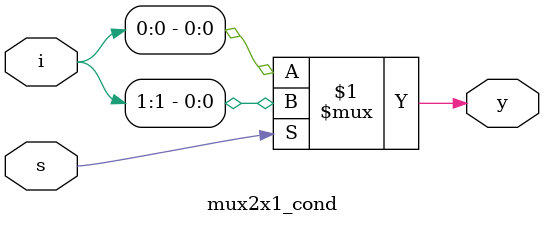
<source format=v>
module mux2x1_cond(i,s,y);
	input [1:0]i;
	input s;
	output y;

    assign y = s ? i[1]:i[0];

endmodule

</source>
